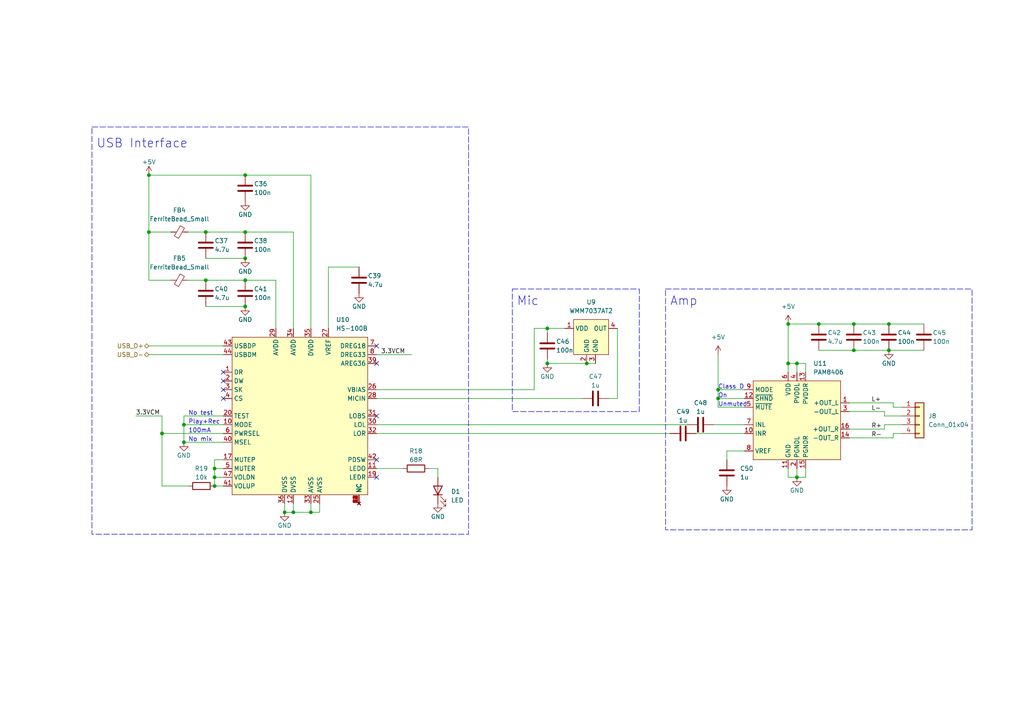
<source format=kicad_sch>
(kicad_sch (version 20230121) (generator eeschema)
  (paper "A4")
  (lib_symbols
    (symbol "Connector_Generic:Conn_01x04" (pin_names (offset 1.016) hide)
      (property "Reference" "J" (at 0 5.08 0))
      (property "Value" "Conn_01x04" (at 0 -7.62 0))
      (symbol "Conn_01x04_1_1"
        (rectangle (start -1.27 -4.953) (end 0 -5.207) (stroke (width 0.1524)))
        (rectangle (start -1.27 -2.413) (end 0 -2.667) (stroke (width 0.1524)))
        (rectangle (start -1.27 0.127) (end 0 -0.127) (stroke (width 0.1524)))
        (rectangle (start -1.27 2.667) (end 0 2.413) (stroke (width 0.1524)))
        (rectangle (start -1.27 3.81) (end 1.27 -6.35) (stroke (width 0.254)) (fill (type background)))
        (pin passive line (at -5.08 2.54 0) (length 3.81) (name "Pin_1") (number "1"))
        (pin passive line (at -5.08 0 0) (length 3.81) (name "Pin_2") (number "2"))
        (pin passive line (at -5.08 -2.54 0) (length 3.81) (name "Pin_3") (number "3"))
        (pin passive line (at -5.08 -5.08 0) (length 3.81) (name "Pin_4") (number "4"))
      )
    )
    (symbol "Device:C" (pin_numbers hide) (pin_names (offset 0.254))
      (property "Reference" "C" (at 0.635 2.54 0))
      (property "Value" "C" (at 0.635 -2.54 0))
      (symbol "C_0_1"
        (polyline (pts (xy -2.032 -0.762) (xy 2.032 -0.762)) (stroke (width 0.508)))
        (polyline (pts (xy -2.032 0.762) (xy 2.032 0.762)) (stroke (width 0.508)))
      )
      (symbol "C_1_1"
        (pin passive line (at 0 3.81 270) (length 2.794) (name "~") (number "1"))
        (pin passive line (at 0 -3.81 90) (length 2.794) (name "~") (number "2"))
      )
    )
    (symbol "Device:FerriteBead_Small" (pin_numbers hide) (pin_names (offset 0))
      (property "Reference" "FB" (at 1.905 1.27 0))
      (property "Value" "FerriteBead_Small" (at 1.905 -1.27 0))
      (symbol "FerriteBead_Small_0_1"
        (polyline (pts (xy 0 -1.27) (xy 0 -0.7874)))
        (polyline (pts (xy 0 0.889) (xy 0 1.2954)))
        (polyline (pts (xy -1.8288 0.2794) (xy -1.1176 1.4986) (xy 1.8288 -0.2032) (xy 1.1176 -1.4224) (xy -1.8288 0.2794)))
      )
      (symbol "FerriteBead_Small_1_1"
        (pin passive line (at 0 2.54 270) (length 1.27) (name "~") (number "1"))
        (pin passive line (at 0 -2.54 90) (length 1.27) (name "~") (number "2"))
      )
    )
    (symbol "Device:LED" (pin_numbers hide) (pin_names (offset 1.016) hide)
      (property "Reference" "D" (at 0 2.54 0))
      (property "Value" "LED" (at 0 -2.54 0))
      (symbol "LED_0_1"
        (polyline (pts (xy -1.27 -1.27) (xy -1.27 1.27)) (stroke (width 0.254)))
        (polyline (pts (xy -1.27 0) (xy 1.27 0)))
        (polyline (pts (xy 1.27 -1.27) (xy 1.27 1.27) (xy -1.27 0) (xy 1.27 -1.27)) (stroke (width 0.254)))
        (polyline (pts (xy -3.048 -0.762) (xy -4.572 -2.286) (xy -3.81 -2.286) (xy -4.572 -2.286) (xy -4.572 -1.524)))
        (polyline (pts (xy -1.778 -0.762) (xy -3.302 -2.286) (xy -2.54 -2.286) (xy -3.302 -2.286) (xy -3.302 -1.524)))
      )
      (symbol "LED_1_1"
        (pin passive line (at -3.81 0 0) (length 2.54) (name "K") (number "1"))
        (pin passive line (at 3.81 0 180) (length 2.54) (name "A") (number "2"))
      )
    )
    (symbol "Device:R" (pin_numbers hide) (pin_names (offset 0))
      (property "Reference" "R" (at 2.032 0 90))
      (property "Value" "R" (at 0 0 90))
      (symbol "R_0_1"
        (rectangle (start -1.016 -2.54) (end 1.016 2.54) (stroke (width 0.254)))
      )
      (symbol "R_1_1"
        (pin passive line (at 0 3.81 270) (length 1.27) (name "~") (number "1"))
        (pin passive line (at 0 -3.81 90) (length 1.27) (name "~") (number "2"))
      )
    )
    (symbol "Project:HS-100B"
      (property "Reference" "U" (at 0 1.27 0))
      (property "Value" "HS-100B" (at 0 3.81 0))
      (symbol "HS-100B_0_0"
        (pin bidirectional line (at -22.86 2.54 0) (length 2.54) (name "DR") (number "1"))
        (pin input line (at -22.86 -12.7 0) (length 2.54) (name "MODE") (number "10"))
        (pin output line (at 21.59 -25.4 180) (length 2.54) (name "LEDO") (number "11"))
        (pin power_in line (at -2.54 -35.56 90) (length 2.54) (name "DVSS") (number "12"))
        (pin no_connect line (at 16.51 -35.56 90) (length 2.54) (name "NC") (number "13"))
        (pin no_connect line (at 16.51 -35.56 90) (length 2.54) (name "NC") (number "14"))
        (pin no_connect line (at 16.51 -35.56 90) (length 2.54) (name "NC") (number "15"))
        (pin no_connect line (at 16.51 -35.56 90) (length 2.54) (name "NC") (number "16"))
        (pin input line (at -22.86 -22.86 0) (length 2.54) (name "MUTEP") (number "17"))
        (pin no_connect line (at 16.51 -35.56 90) (length 2.54) (name "NC") (number "18"))
        (pin output line (at 21.59 -27.94 180) (length 2.54) (name "LEDR") (number "19"))
        (pin output line (at -22.86 0 0) (length 2.54) (name "DW") (number "2"))
        (pin input line (at -22.86 -10.16 0) (length 2.54) (name "TEST") (number "20"))
        (pin no_connect line (at 16.51 -35.56 90) (length 2.54) (name "NC") (number "21"))
        (pin no_connect line (at 16.51 -35.56 90) (length 2.54) (name "NC") (number "22"))
        (pin no_connect line (at 16.51 -35.56 90) (length 2.54) (name "NC") (number "23"))
        (pin no_connect line (at 16.51 -35.56 90) (length 2.54) (name "NC") (number "24"))
        (pin power_in line (at 5.08 -35.56 90) (length 2.54) (name "AVSS") (number "25"))
        (pin power_out line (at 21.59 -2.54 180) (length 2.54) (name "VBIAS") (number "26"))
        (pin power_out line (at 7.62 15.24 270) (length 2.54) (name "VREF") (number "27"))
        (pin input line (at 21.59 -5.08 180) (length 2.54) (name "MICIN") (number "28"))
        (pin power_in line (at -7.62 15.24 270) (length 2.54) (name "AVDD") (number "29"))
        (pin output line (at -22.86 -2.54 0) (length 2.54) (name "SK") (number "3"))
        (pin output line (at 21.59 -12.7 180) (length 2.54) (name "LOL") (number "30"))
        (pin output line (at 21.59 -10.16 180) (length 2.54) (name "LOBS") (number "31"))
        (pin output line (at 21.59 -15.24 180) (length 2.54) (name "LOR") (number "32"))
        (pin power_in line (at 2.54 -35.56 90) (length 2.54) (name "AVSS") (number "33"))
        (pin power_in line (at -2.54 15.24 270) (length 2.54) (name "AVDD") (number "34"))
        (pin power_in line (at 2.54 15.24 270) (length 2.54) (name "DVDD") (number "35"))
        (pin power_in line (at -5.08 -35.56 90) (length 2.54) (name "DVSS") (number "36"))
        (pin no_connect line (at 16.51 -35.56 90) (length 2.54) (name "NC") (number "37"))
        (pin no_connect line (at 16.51 -35.56 90) (length 2.54) (name "NC") (number "38"))
        (pin power_out line (at 21.59 5.08 180) (length 2.54) (name "AREG36") (number "39"))
        (pin output line (at -22.86 -5.08 0) (length 2.54) (name "CS") (number "4"))
        (pin input line (at -22.86 -17.78 0) (length 2.54) (name "MSEL") (number "40"))
        (pin input line (at -22.86 -30.48 0) (length 2.54) (name "VOLUP") (number "41"))
        (pin output line (at 21.59 -22.86 180) (length 2.54) (name "PDSW") (number "42"))
        (pin bidirectional line (at -22.86 10.16 0) (length 2.54) (name "USBDP") (number "43"))
        (pin bidirectional line (at -22.86 7.62 0) (length 2.54) (name "USBDM") (number "44"))
        (pin no_connect line (at 16.51 -35.56 90) (length 2.54) (name "NC") (number "45"))
        (pin no_connect line (at 16.51 -35.56 90) (length 2.54) (name "NC") (number "46"))
        (pin input line (at -22.86 -27.94 0) (length 2.54) (name "VOLDN") (number "47"))
        (pin no_connect line (at 16.51 -35.56 90) (length 2.54) (name "NC") (number "48"))
        (pin input line (at -22.86 -25.4 0) (length 2.54) (name "MUTER") (number "5"))
        (pin input line (at -22.86 -15.24 0) (length 2.54) (name "PWRSEL") (number "6"))
        (pin power_out line (at 21.59 10.16 180) (length 2.54) (name "DREG18") (number "7"))
        (pin power_out line (at 21.59 7.62 180) (length 2.54) (name "DREG33") (number "8"))
        (pin no_connect line (at 16.51 -35.56 90) (length 2.54) (name "NC") (number "9"))
      )
      (symbol "HS-100B_1_1"
        (rectangle (start -20.32 12.7) (end 19.05 -33.02) (fill (type background)))
      )
    )
    (symbol "Project:PAM8406"
      (property "Reference" "U" (at 8.89 11.43 0))
      (property "Value" "PAM8406" (at 8.89 8.89 0))
      (symbol "PAM8406_0_0"
        (pin output line (at 15.24 1.27 180) (length 2.54) (name "+OUT_L") (number "1"))
        (pin input line (at -15.24 -7.62 0) (length 2.54) (name "INR") (number "10"))
        (pin power_in line (at -2.54 -17.78 90) (length 2.54) (name "GND") (number "11"))
        (pin input line (at -15.24 2.54 0) (length 2.54) (name "~{SHND}") (number "12"))
        (pin power_in line (at 2.54 10.16 270) (length 2.54) (name "PVDDR") (number "13"))
        (pin output line (at 15.24 -8.89 180) (length 2.54) (name "-OUT_R") (number "14"))
        (pin power_in line (at 2.54 -17.78 90) (length 2.54) (name "PGNDR") (number "15"))
        (pin output line (at 15.24 -6.35 180) (length 2.54) (name "+OUT_R") (number "16"))
        (pin power_in line (at 0 -17.78 90) (length 2.54) (name "PGNDL") (number "2"))
        (pin output line (at 15.24 -1.27 180) (length 2.54) (name "-OUT_L") (number "3"))
        (pin power_in line (at 0 10.16 270) (length 2.54) (name "PVDDL") (number "4"))
        (pin input line (at -15.24 0 0) (length 2.54) (name "~{MUTE}") (number "5"))
        (pin power_in line (at -2.54 10.16 270) (length 2.54) (name "VDD") (number "6"))
        (pin input line (at -15.24 -5.08 0) (length 2.54) (name "INL") (number "7"))
        (pin power_out line (at -15.24 -12.7 0) (length 2.54) (name "VREF") (number "8"))
        (pin input line (at -15.24 5.08 0) (length 2.54) (name "MODE") (number "9"))
      )
      (symbol "PAM8406_1_1"
        (rectangle (start -12.7 7.62) (end 12.7 -15.24) (fill (type background)))
      )
    )
    (symbol "Project:WMM7037AT2"
      (property "Reference" "U" (at 0 10.16 0))
      (property "Value" "WMM7037AT2" (at 0 7.62 0))
      (symbol "WMM7037AT2_1_1"
        (rectangle (start -5.08 5.08) (end 5.08 -5.08) (fill (type background)))
        (pin power_in line (at -7.62 2.54 0) (length 2.54) (name "VDD") (number "1"))
        (pin power_in line (at -1.27 -7.62 90) (length 2.54) (name "GND") (number "2"))
        (pin power_in line (at 1.27 -7.62 90) (length 2.54) (name "GND") (number "3"))
        (pin output line (at 7.62 2.54 180) (length 2.54) (name "OUT") (number "4"))
      )
    )
    (symbol "power:+5V" (power) (pin_names (offset 0))
      (property "Value" "+5V" (at 0 3.556 0))
      (symbol "+5V_0_1"
        (polyline (pts (xy -0.762 1.27) (xy 0 2.54)))
        (polyline (pts (xy 0 0) (xy 0 2.54)))
        (polyline (pts (xy 0 2.54) (xy 0.762 1.27)))
      )
      (symbol "+5V_1_1"
        (pin power_in line (at 0 0 90) (length 0) hide (name "+5V") (number "1"))
      )
    )
    (symbol "power:GND" (power) (pin_names (offset 0))
      (property "Value" "GND" (at 0 -3.81 0))
      (symbol "GND_0_1"
        (polyline (pts (xy 0 0) (xy 0 -1.27) (xy 1.27 -1.27) (xy 0 -2.54) (xy -1.27 -1.27) (xy 0 -1.27)))
      )
      (symbol "GND_1_1"
        (pin power_in line (at 0 0 270) (length 0) hide (name "GND") (number "1"))
      )
    )
  )
  (junction (at 43.18 50.8))
  (junction (at 257.81 93.98))
  (junction (at 247.65 101.6))
  (junction (at 228.6 93.98))
  (junction (at 170.18 105.41))
  (junction (at 53.34 128.27))
  (junction (at 71.12 88.9))
  (junction (at 208.28 113.03))
  (junction (at 237.49 93.98))
  (junction (at 71.12 74.93))
  (junction (at 43.18 67.31))
  (junction (at 85.09 148.59))
  (junction (at 62.23 140.97))
  (junction (at 90.17 148.59))
  (junction (at 247.65 93.98))
  (junction (at 158.75 95.25))
  (junction (at 62.23 135.89))
  (junction (at 257.81 101.6))
  (junction (at 59.69 67.31))
  (junction (at 71.12 67.31))
  (junction (at 71.12 81.28))
  (junction (at 62.23 138.43))
  (junction (at 231.14 105.41))
  (junction (at 231.14 138.43))
  (junction (at 82.55 148.59))
  (junction (at 208.28 115.57))
  (junction (at 228.6 105.41))
  (junction (at 59.69 81.28))
  (junction (at 46.99 125.73))
  (junction (at 71.12 50.8))
  (junction (at 53.34 123.19))
  (junction (at 158.75 105.41))
  (no_connect (at 109.22 120.65))
  (no_connect (at 109.22 133.35))
  (no_connect (at 64.77 115.57))
  (no_connect (at 64.77 107.95))
  (no_connect (at 64.77 110.49))
  (no_connect (at 109.22 100.33))
  (no_connect (at 109.22 105.41))
  (no_connect (at 109.22 138.43))
  (no_connect (at 64.77 113.03))
  (wire (pts (xy 43.18 50.8) (xy 43.18 67.31)))
  (wire (pts (xy 154.94 95.25) (xy 158.75 95.25)))
  (wire (pts (xy 109.22 115.57) (xy 168.91 115.57)))
  (wire (pts (xy 127 135.89) (xy 127 138.43)))
  (wire (pts (xy 95.25 77.47) (xy 104.14 77.47)))
  (wire (pts (xy 62.23 135.89) (xy 64.77 135.89)))
  (wire (pts (xy 228.6 135.89) (xy 228.6 138.43)))
  (wire (pts (xy 176.53 115.57) (xy 179.07 115.57)))
  (wire (pts (xy 257.81 93.98) (xy 267.97 93.98)))
  (wire (pts (xy 237.49 101.6) (xy 247.65 101.6)))
  (wire (pts (xy 62.23 138.43) (xy 62.23 140.97)))
  (wire (pts (xy 179.07 95.25) (xy 179.07 115.57)))
  (wire (pts (xy 231.14 105.41) (xy 233.68 105.41)))
  (wire (pts (xy 228.6 107.95) (xy 228.6 105.41)))
  (wire (pts (xy 208.28 102.87) (xy 208.28 113.03)))
  (wire (pts (xy 109.22 123.19) (xy 199.39 123.19)))
  (wire (pts (xy 233.68 105.41) (xy 233.68 107.95)))
  (wire (pts (xy 62.23 140.97) (xy 64.77 140.97)))
  (wire (pts (xy 109.22 113.03) (xy 154.94 113.03)))
  (wire (pts (xy 246.38 116.84) (xy 259.08 116.84)))
  (wire (pts (xy 259.08 125.73) (xy 261.62 125.73)))
  (wire (pts (xy 90.17 148.59) (xy 90.17 146.05)))
  (wire (pts (xy 109.22 125.73) (xy 194.31 125.73)))
  (wire (pts (xy 46.99 120.65) (xy 46.99 125.73)))
  (wire (pts (xy 109.22 135.89) (xy 116.84 135.89)))
  (wire (pts (xy 247.65 93.98) (xy 257.81 93.98)))
  (wire (pts (xy 71.12 81.28) (xy 80.01 81.28)))
  (wire (pts (xy 64.77 120.65) (xy 53.34 120.65)))
  (wire (pts (xy 256.54 120.65) (xy 261.62 120.65)))
  (wire (pts (xy 158.75 104.14) (xy 158.75 105.41)))
  (wire (pts (xy 43.18 81.28) (xy 49.53 81.28)))
  (wire (pts (xy 53.34 123.19) (xy 53.34 128.27)))
  (wire (pts (xy 124.46 135.89) (xy 127 135.89)))
  (wire (pts (xy 62.23 133.35) (xy 62.23 135.89)))
  (wire (pts (xy 82.55 148.59) (xy 85.09 148.59)))
  (wire (pts (xy 228.6 105.41) (xy 228.6 93.98)))
  (wire (pts (xy 246.38 124.46) (xy 256.54 124.46)))
  (wire (pts (xy 208.28 113.03) (xy 215.9 113.03)))
  (wire (pts (xy 247.65 101.6) (xy 257.81 101.6)))
  (wire (pts (xy 92.71 146.05) (xy 92.71 148.59)))
  (wire (pts (xy 231.14 105.41) (xy 231.14 107.95)))
  (wire (pts (xy 80.01 81.28) (xy 80.01 95.25)))
  (wire (pts (xy 53.34 128.27) (xy 64.77 128.27)))
  (wire (pts (xy 259.08 127) (xy 259.08 125.73)))
  (wire (pts (xy 231.14 135.89) (xy 231.14 138.43)))
  (wire (pts (xy 231.14 138.43) (xy 233.68 138.43)))
  (wire (pts (xy 62.23 135.89) (xy 62.23 138.43)))
  (wire (pts (xy 59.69 81.28) (xy 71.12 81.28)))
  (wire (pts (xy 64.77 133.35) (xy 62.23 133.35)))
  (wire (pts (xy 54.61 81.28) (xy 59.69 81.28)))
  (wire (pts (xy 109.22 102.87) (xy 119.38 102.87)))
  (wire (pts (xy 210.82 130.81) (xy 215.9 130.81)))
  (wire (pts (xy 43.18 67.31) (xy 49.53 67.31)))
  (wire (pts (xy 92.71 148.59) (xy 90.17 148.59)))
  (wire (pts (xy 43.18 50.8) (xy 71.12 50.8)))
  (wire (pts (xy 158.75 105.41) (xy 170.18 105.41)))
  (wire (pts (xy 54.61 67.31) (xy 59.69 67.31)))
  (wire (pts (xy 59.69 67.31) (xy 71.12 67.31)))
  (wire (pts (xy 201.93 125.73) (xy 215.9 125.73)))
  (wire (pts (xy 85.09 67.31) (xy 85.09 95.25)))
  (wire (pts (xy 90.17 95.25) (xy 90.17 50.8)))
  (wire (pts (xy 246.38 127) (xy 259.08 127)))
  (wire (pts (xy 246.38 119.38) (xy 256.54 119.38)))
  (wire (pts (xy 82.55 146.05) (xy 82.55 148.59)))
  (wire (pts (xy 228.6 105.41) (xy 231.14 105.41)))
  (wire (pts (xy 208.28 118.11) (xy 208.28 115.57)))
  (wire (pts (xy 39.37 120.65) (xy 46.99 120.65)))
  (wire (pts (xy 158.75 95.25) (xy 158.75 96.52)))
  (wire (pts (xy 259.08 118.11) (xy 261.62 118.11)))
  (wire (pts (xy 170.18 105.41) (xy 172.72 105.41)))
  (wire (pts (xy 215.9 115.57) (xy 208.28 115.57)))
  (wire (pts (xy 233.68 138.43) (xy 233.68 135.89)))
  (wire (pts (xy 215.9 118.11) (xy 208.28 118.11)))
  (wire (pts (xy 228.6 93.98) (xy 237.49 93.98)))
  (wire (pts (xy 71.12 50.8) (xy 90.17 50.8)))
  (wire (pts (xy 53.34 123.19) (xy 64.77 123.19)))
  (wire (pts (xy 210.82 133.35) (xy 210.82 130.81)))
  (wire (pts (xy 62.23 138.43) (xy 64.77 138.43)))
  (wire (pts (xy 158.75 95.25) (xy 163.83 95.25)))
  (wire (pts (xy 71.12 67.31) (xy 85.09 67.31)))
  (wire (pts (xy 43.18 67.31) (xy 43.18 81.28)))
  (wire (pts (xy 228.6 138.43) (xy 231.14 138.43)))
  (wire (pts (xy 257.81 101.6) (xy 267.97 101.6)))
  (wire (pts (xy 256.54 123.19) (xy 261.62 123.19)))
  (wire (pts (xy 237.49 93.98) (xy 247.65 93.98)))
  (wire (pts (xy 256.54 119.38) (xy 256.54 120.65)))
  (wire (pts (xy 43.18 102.87) (xy 64.77 102.87)))
  (wire (pts (xy 46.99 125.73) (xy 46.99 140.97)))
  (wire (pts (xy 256.54 124.46) (xy 256.54 123.19)))
  (wire (pts (xy 46.99 125.73) (xy 64.77 125.73)))
  (wire (pts (xy 207.01 123.19) (xy 215.9 123.19)))
  (wire (pts (xy 259.08 116.84) (xy 259.08 118.11)))
  (wire (pts (xy 54.61 140.97) (xy 46.99 140.97)))
  (wire (pts (xy 59.69 74.93) (xy 71.12 74.93)))
  (wire (pts (xy 208.28 115.57) (xy 208.28 113.03)))
  (wire (pts (xy 95.25 95.25) (xy 95.25 77.47)))
  (wire (pts (xy 85.09 146.05) (xy 85.09 148.59)))
  (wire (pts (xy 53.34 120.65) (xy 53.34 123.19)))
  (wire (pts (xy 43.18 100.33) (xy 64.77 100.33)))
  (wire (pts (xy 154.94 113.03) (xy 154.94 95.25)))
  (wire (pts (xy 71.12 88.9) (xy 59.69 88.9)))
  (wire (pts (xy 85.09 148.59) (xy 90.17 148.59)))
  (rectangle (start 148.59 83.82) (end 185.42 119.38) (stroke (width 0) (type dash)))
  (rectangle (start 193.04 83.82) (end 281.94 153.67) (stroke (width 0) (type dash)))
  (rectangle (start 26.67 36.83) (end 135.89 154.94) (stroke (width 0) (type dash)))
  (text "Amp" (at 194.31 88.9 0) (effects (font (size 2.54 2.54)) (justify left bottom)))
  (text "No test" (at 54.61 120.65 0) (effects (font (size 1.27 1.27)) (justify left bottom)))
  (text "Class D" (at 208.28 113.03 0) (effects (font (size 1.27 1.27)) (justify left bottom)))
  (text "100mA" (at 54.61 125.73 0) (effects (font (size 1.27 1.27)) (justify left bottom)))
  (text "On" (at 208.28 115.57 0) (effects (font (size 1.27 1.27)) (justify left bottom)))
  (text "Unmuted" (at 208.28 118.11 0) (effects (font (size 1.27 1.27)) (justify left bottom)))
  (text "USB Interface" (at 27.94 43.18 0) (effects (font (size 2.54 2.54)) (justify left bottom)))
  (text "Mic" (at 149.86 88.9 0) (effects (font (size 2.54 2.54)) (justify left bottom)))
  (text "No mix" (at 54.61 128.27 0) (effects (font (size 1.27 1.27)) (justify left bottom)))
  (text "Play+Rec" (at 54.61 123.19 0) (effects (font (size 1.27 1.27)) (justify left bottom)))
  (label "L-" (at 252.73 119.38 0))
  (label "3.3VCM" (at 110.49 102.87 0))
  (label "L+" (at 252.73 116.84 0))
  (label "R+" (at 252.73 124.46 0))
  (label "3.3VCM" (at 39.37 120.65 0))
  (label "R-" (at 252.73 127 0))
  (hierarchical_label "USB_D+" (shape bidirectional) (at 43.18 100.33 180))
  (hierarchical_label "USB_D-" (shape bidirectional) (at 43.18 102.87 180))
  (symbol (lib_id "power:+5V") (at 43.18 50.8 0) (unit 1)
    (property "Reference" "#PWR073" (effects hide))
    (property "Value" "+5V" (at 43.18 46.99 0))
  )
  (symbol (lib_id "power:GND") (at 71.12 74.93 0) (unit 1)
    (property "Reference" "#PWR075" (effects hide))
    (property "Value" "GND" (at 71.12 78.74 0))
  )
  (symbol (lib_id "Device:C") (at 71.12 71.12 0) (unit 1)
    (property "Reference" "C38" (at 73.66 69.85 0) (effects (justify left)))
    (property "Value" "100n" (at 73.66 72.39 0) (effects (justify left)))
    (property "Footprint" "Capacitor_SMD:C_0603_1608Metric" (effects hide))
  )
  (symbol (lib_id "power:GND") (at 71.12 58.42 0) (unit 1)
    (property "Reference" "#PWR074" (effects hide))
    (property "Value" "GND" (at 71.12 62.23 0))
  )
  (symbol (lib_id "Device:FerriteBead_Small") (at 52.07 81.28 90) (unit 1)
    (property "Reference" "FB5" (at 52.0319 74.93 90))
    (property "Value" "FerriteBead_Small" (at 52.0319 77.47 90))
    (property "Footprint" "Resistor_SMD:R_0603_1608Metric" (effects hide))
  )
  (symbol (lib_id "Project:WMM7037AT2") (at 171.45 97.79 0) (unit 1)
    (property "Reference" "U9" (at 171.45 87.63 0))
    (property "Value" "WMM7037AT2" (at 171.45 90.17 0))
    (property "Footprint" "Project:WMM7037AT2" (effects hide))
  )
  (symbol (lib_id "Device:C") (at 158.75 100.33 0) (unit 1)
    (property "Reference" "C46" (at 161.29 99.06 0) (effects (justify left)))
    (property "Value" "100n" (at 161.29 101.6 0) (effects (justify left)))
    (property "Footprint" "Capacitor_SMD:C_0603_1608Metric" (effects hide))
  )
  (symbol (lib_id "Device:C") (at 172.72 115.57 90) (unit 1)
    (property "Reference" "C47" (at 172.72 109.22 90))
    (property "Value" "1u" (at 172.72 111.76 90))
    (property "Footprint" "Capacitor_SMD:C_0603_1608Metric" (effects hide))
  )
  (symbol (lib_id "Device:C") (at 210.82 137.16 0) (unit 1)
    (property "Reference" "C50" (at 214.63 135.89 0) (effects (justify left)))
    (property "Value" "1u" (at 214.63 138.43 0) (effects (justify left)))
    (property "Footprint" "Capacitor_SMD:C_0603_1608Metric" (effects hide))
  )
  (symbol (lib_id "power:GND") (at 231.14 138.43 0) (unit 1)
    (property "Reference" "#PWR083" (effects hide))
    (property "Value" "GND" (at 231.14 142.24 0))
  )
  (symbol (lib_id "Device:C") (at 198.12 125.73 90) (unit 1)
    (property "Reference" "C49" (at 198.12 119.38 90))
    (property "Value" "1u" (at 198.12 121.92 90))
    (property "Footprint" "Capacitor_SMD:C_0603_1608Metric" (effects hide))
  )
  (symbol (lib_id "Device:LED") (at 127 142.24 90) (unit 1)
    (property "Reference" "D1" (at 130.81 142.5575 90) (effects (justify right)))
    (property "Value" "LED" (at 130.81 145.0975 90) (effects (justify right)))
    (property "Footprint" "Diode_SMD:D_0603_1608Metric" (effects hide))
  )
  (symbol (lib_id "Connector_Generic:Conn_01x04") (at 266.7 120.65 0) (unit 1)
    (property "Reference" "J8" (at 269.24 120.65 0) (effects (justify left)))
    (property "Value" "Conn_01x04" (at 269.24 123.19 0) (effects (justify left)))
    (property "Footprint" "TerminalBlock_Phoenix:TerminalBlock_Phoenix_PT-1,5-4-5.0-H_1x04_P5.00mm_Horizontal" (effects hide))
  )
  (symbol (lib_id "Device:C") (at 59.69 85.09 0) (unit 1)
    (property "Reference" "C40" (at 62.23 83.82 0) (effects (justify left)))
    (property "Value" "4.7u" (at 62.23 86.36 0) (effects (justify left)))
    (property "Footprint" "Capacitor_SMD:C_0603_1608Metric" (effects hide))
  )
  (symbol (lib_id "Device:C") (at 247.65 97.79 0) (unit 1)
    (property "Reference" "C43" (at 250.19 96.52 0) (effects (justify left)))
    (property "Value" "100n" (at 250.19 99.06 0) (effects (justify left)))
    (property "Footprint" "Capacitor_SMD:C_0603_1608Metric" (effects hide))
  )
  (symbol (lib_id "Device:C") (at 237.49 97.79 0) (unit 1)
    (property "Reference" "C42" (at 240.03 96.52 0) (effects (justify left)))
    (property "Value" "4.7u" (at 240.03 99.06 0) (effects (justify left)))
    (property "Footprint" "Capacitor_SMD:C_0603_1608Metric" (effects hide))
  )
  (symbol (lib_id "power:GND") (at 257.81 101.6 0) (unit 1)
    (property "Reference" "#PWR079" (effects hide))
    (property "Value" "GND" (at 257.81 105.41 0))
  )
  (symbol (lib_id "power:+5V") (at 228.6 93.98 0) (unit 1)
    (property "Reference" "#PWR078" (effects hide))
    (property "Value" "+5V" (at 228.6 88.9 0))
  )
  (symbol (lib_id "Device:C") (at 104.14 81.28 0) (unit 1)
    (property "Reference" "C39" (at 106.68 80.01 0) (effects (justify left)))
    (property "Value" "4.7u" (at 106.68 82.55 0) (effects (justify left)))
    (property "Footprint" "Capacitor_SMD:C_0603_1608Metric" (effects hide))
  )
  (symbol (lib_id "Project:HS-100B") (at 87.63 110.49 0) (unit 1)
    (property "Reference" "U10" (at 97.4441 92.71 0) (effects (justify left)))
    (property "Value" "HS-100B" (at 97.4441 95.25 0) (effects (justify left)))
    (property "Footprint" "Package_QFP:LQFP-48_7x7mm_P0.5mm" (effects hide))
  )
  (symbol (lib_id "Device:C") (at 203.2 123.19 90) (unit 1)
    (property "Reference" "C48" (at 203.2 116.84 90))
    (property "Value" "1u" (at 203.2 119.38 90))
    (property "Footprint" "Capacitor_SMD:C_0603_1608Metric" (effects hide))
  )
  (symbol (lib_id "Device:C") (at 267.97 97.79 0) (unit 1)
    (property "Reference" "C45" (at 270.51 96.52 0) (effects (justify left)))
    (property "Value" "100n" (at 270.51 99.06 0) (effects (justify left)))
    (property "Footprint" "Capacitor_SMD:C_0603_1608Metric" (effects hide))
  )
  (symbol (lib_id "power:GND") (at 210.82 140.97 0) (unit 1)
    (property "Reference" "#PWR084" (effects hide))
    (property "Value" "GND" (at 210.82 144.78 0))
  )
  (symbol (lib_id "power:GND") (at 82.55 148.59 0) (unit 1)
    (property "Reference" "#PWR086" (effects hide))
    (property "Value" "GND" (at 82.55 152.4 0))
  )
  (symbol (lib_id "Device:C") (at 59.69 71.12 0) (unit 1)
    (property "Reference" "C37" (at 62.23 69.85 0) (effects (justify left)))
    (property "Value" "4.7u" (at 62.23 72.39 0) (effects (justify left)))
    (property "Footprint" "Capacitor_SMD:C_0603_1608Metric" (effects hide))
  )
  (symbol (lib_id "power:GND") (at 53.34 128.27 0) (unit 1)
    (property "Reference" "#PWR082" (effects hide))
    (property "Value" "GND" (at 53.34 132.08 0))
  )
  (symbol (lib_id "power:+5V") (at 208.28 102.87 0) (unit 1)
    (property "Reference" "#PWR080" (effects hide))
    (property "Value" "+5V" (at 208.28 97.79 0))
  )
  (symbol (lib_id "Device:C") (at 257.81 97.79 0) (unit 1)
    (property "Reference" "C44" (at 260.35 96.52 0) (effects (justify left)))
    (property "Value" "100n" (at 260.35 99.06 0) (effects (justify left)))
    (property "Footprint" "Capacitor_SMD:C_0603_1608Metric" (effects hide))
  )
  (symbol (lib_id "power:GND") (at 71.12 88.9 0) (unit 1)
    (property "Reference" "#PWR077" (effects hide))
    (property "Value" "GND" (at 71.12 92.71 0))
  )
  (symbol (lib_id "Device:C") (at 71.12 85.09 0) (unit 1)
    (property "Reference" "C41" (at 73.66 83.82 0) (effects (justify left)))
    (property "Value" "100n" (at 73.66 86.36 0) (effects (justify left)))
    (property "Footprint" "Capacitor_SMD:C_0603_1608Metric" (effects hide))
  )
  (symbol (lib_id "Device:FerriteBead_Small") (at 52.07 67.31 90) (unit 1)
    (property "Reference" "FB4" (at 52.0319 60.96 90))
    (property "Value" "FerriteBead_Small" (at 52.0319 63.5 90))
    (property "Footprint" "Resistor_SMD:R_0603_1608Metric" (effects hide))
  )
  (symbol (lib_id "Device:R") (at 58.42 140.97 90) (unit 1)
    (property "Reference" "R19" (at 58.42 135.89 90))
    (property "Value" "10k" (at 58.42 138.43 90))
    (property "Footprint" "Resistor_SMD:R_0603_1608Metric" (effects hide))
  )
  (symbol (lib_id "power:GND") (at 127 146.05 0) (unit 1)
    (property "Reference" "#PWR085" (effects hide))
    (property "Value" "GND" (at 127 149.86 0))
  )
  (symbol (lib_id "power:GND") (at 158.75 105.41 0) (unit 1)
    (property "Reference" "#PWR081" (effects hide))
    (property "Value" "GND" (at 158.75 109.22 0))
  )
  (symbol (lib_id "Device:R") (at 120.65 135.89 90) (unit 1)
    (property "Reference" "R18" (at 120.65 130.81 90))
    (property "Value" "68R" (at 120.65 133.35 90))
    (property "Footprint" "Resistor_SMD:R_0603_1608Metric" (effects hide))
  )
  (symbol (lib_id "Project:PAM8406") (at 231.14 118.11 0) (unit 1)
    (property "Reference" "U11" (at 235.8741 105.41 0) (effects (justify left)))
    (property "Value" "PAM8406" (at 235.8741 107.95 0) (effects (justify left)))
    (property "Footprint" "Package_SO:SO-16_3.9x9.9mm_P1.27mm" (effects hide))
  )
  (symbol (lib_id "power:GND") (at 104.14 85.09 0) (unit 1)
    (property "Reference" "#PWR076" (effects hide))
    (property "Value" "GND" (at 104.14 88.9 0))
  )
  (symbol (lib_id "Device:C") (at 71.12 54.61 0) (unit 1)
    (property "Reference" "C36" (at 73.66 53.34 0) (effects (justify left)))
    (property "Value" "100n" (at 73.66 55.88 0) (effects (justify left)))
    (property "Footprint" "Capacitor_SMD:C_0603_1608Metric" (effects hide))
  )
)
</source>
